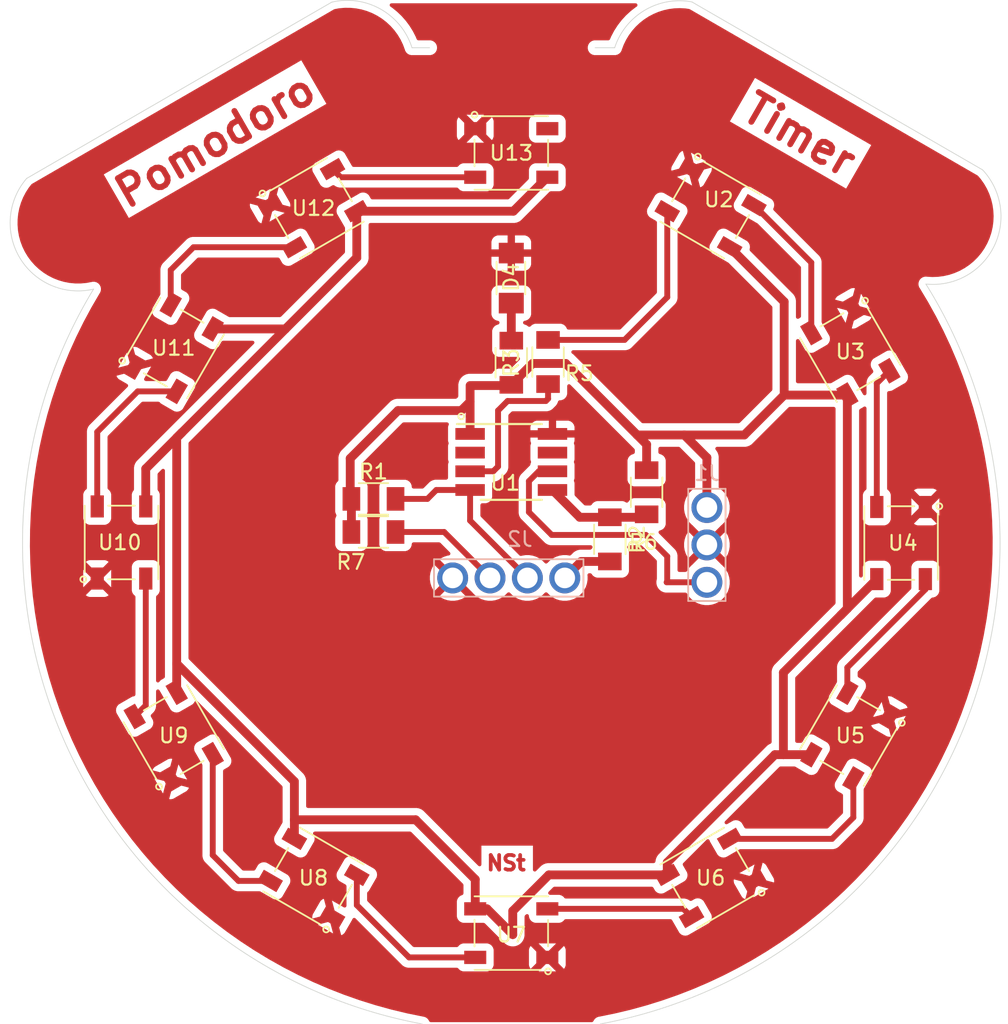
<source format=kicad_pcb>
(kicad_pcb (version 20241229) (generator "pcbnew") (generator_version "9.0")
  (layers (0 "F.Cu" signal) (2 "B.Cu" signal) (13 "F.Paste" user) (15 "B.Paste" user) (5 "F.SilkS" user "F.Silkscreen") (7 "B.SilkS" user "B.Silkscreen") (1 "F.Mask" user) (3 "B.Mask" user) (25 "Edge.Cuts" user))
  (net 0 "")
  (net 1 "PWR_GND")
  (net 2 "Net-(D4-A)")
  (net 3 "IN1")
  (net 4 "SDA")
  (net 5 "DIN")
  (net 6 "Net-(U2-DIN)")
  (net 7 "IN2")
  (net 8 "IN3")
  (net 9 "Net-(U2-DOUT)")
  (net 10 "Net-(U3-DOUT)")
  (net 11 "Net-(U4-DOUT)")
  (net 12 "Net-(U5-DOUT)")
  (net 13 "Net-(U6-DOUT)")
  (net 14 "Net-(U7-DOUT)")
  (net 15 "Net-(U8-DOUT)")
  (net 16 "Net-(U10-DIN)")
  (net 17 "Net-(U10-DOUT)")
  (net 18 "Net-(U11-DOUT)")
  (net 19 "Net-(U12-DOUT)")
  (net 21 "Net-(J2-Pin_3)")
  (net 22 "PWR_5V")
  (net 23 "SLC")
  (net 24 "Net-(J2-Pin_1)")
  (footprint "fab:LED_ADDR_Worldsemi_WS2812B" (layer "F.Cu") (at 111.25 141.75 30)
    (property "Reference" "U6" (at 0 0 0) (layer "F.SilkS"))
    (property "Value" "WS2812B" (hide yes))
    (fp_line (start -2.5 -0.9) (end -2.5 0.9) (stroke (width 0.12)) (layer "F.SilkS"))
    (fp_line (start -2.500001 2.5) (end 2 2.500001) (stroke (width 0.12)) (layer "F.SilkS"))
    (fp_line (start 2.500001 -2.5) (end -2.5 -2.500001) (stroke (width 0.12)) (layer "F.SilkS"))
    (fp_line (start 2.5 -0.9) (end 2.5 0.9) (stroke (width 0.12)) (layer "F.SilkS"))
    (fp_circle (center 2.5 2.6) (end 2.7 2.6) (stroke (width 0.12)) (fill no) (layer "F.SilkS"))
    (pad "1" smd rect (at -2.45 -1.65 30) (size 1.5 0.9) (layers "F.Cu" "F.Mask" "F.Paste") (net 22 "PWR_5V"))
    (pad "2" smd rect (at -2.45 1.65 30) (size 1.5 0.9) (layers "F.Cu" "F.Mask" "F.Paste") (net 13 "Net-(U6-DOUT)"))
    (pad "3" smd rect (at 2.45 1.65 30) (size 1.5 0.9) (layers "F.Cu" "F.Mask" "F.Paste") (net 1 "PWR_GND"))
    (pad "4" smd rect (at 2.45 -1.65 30) (size 1.5 0.9) (layers "F.Cu" "F.Mask" "F.Paste") (net 12 "Net-(U5-DOUT)"))
  )
  (footprint "fab:R_1206" (layer "F.Cu") (at 104.4 118.75 -90)
    (property "Reference" "R2" (at 0 -1.850001 90) (layer "F.SilkS"))
    (property "Value" "0R")
    (fp_line (start 1 1.07) (end -1 1.07) (stroke (width 0.12)) (layer "F.SilkS"))
    (fp_line (start -1 -1.07) (end 1 -1.07) (stroke (width 0.12)) (layer "F.SilkS"))
    (pad "1" smd rect (at -1.5 0 270) (size 1.2 1.6) (layers "F.Cu" "F.Mask" "F.Paste") (net 23 "SLC"))
    (pad "2" smd rect (at 1.5 0 270) (size 1.2 1.6) (layers "F.Cu" "F.Mask" "F.Paste") (net 24 "Net-(J2-Pin_1)"))
  )
  (footprint "fab:LED_ADDR_Worldsemi_WS2812B" (layer "F.Cu") (at 84.25 141.75 -30)
    (property "Reference" "U8" (at 0 0 0) (layer "F.SilkS"))
    (property "Value" "WS2812B" (hide yes))
    (fp_line (start -2.5 2.500001) (end 2 2.5) (stroke (width 0.12)) (layer "F.SilkS"))
    (fp_line (start -2.5 -0.9) (end -2.5 0.9) (stroke (width 0.12)) (layer "F.SilkS"))
    (fp_line (start 2.5 -0.9) (end 2.5 0.9) (stroke (width 0.12)) (layer "F.SilkS"))
    (fp_line (start 2.5 -2.500001) (end -2.500001 -2.5) (stroke (width 0.12)) (layer "F.SilkS"))
    (fp_circle (center 2.5 2.6) (end 2.7 2.6) (stroke (width 0.12)) (fill no) (layer "F.SilkS"))
    (pad "1" smd rect (at -2.45 -1.65 330) (size 1.5 0.9) (layers "F.Cu" "F.Mask" "F.Paste") (net 22 "PWR_5V"))
    (pad "2" smd rect (at -2.45 1.65 330) (size 1.5 0.9) (layers "F.Cu" "F.Mask" "F.Paste") (net 15 "Net-(U8-DOUT)"))
    (pad "3" smd rect (at 2.45 1.65 330) (size 1.5 0.9) (layers "F.Cu" "F.Mask" "F.Paste") (net 1 "PWR_GND"))
    (pad "4" smd rect (at 2.45 -1.65 330) (size 1.5 0.9) (layers "F.Cu" "F.Mask" "F.Paste") (net 14 "Net-(U7-DOUT)"))
  )
  (footprint "fab:R_1206" (layer "F.Cu") (at 88.33 118.25)
    (property "Reference" "R7" (at -1.5382 2.0444 0) (layer "F.SilkS"))
    (property "Value" "0R" (hide yes))
    (fp_line (start -1 -1.07) (end 1 -1.07) (stroke (width 0.12)) (layer "F.SilkS"))
    (fp_line (start 1 1.07) (end -1 1.07) (stroke (width 0.12)) (layer "F.SilkS"))
    (pad "1" smd rect (at -1.5 0) (size 1.2 1.6) (layers "F.Cu" "F.Mask" "F.Paste") (net 22 "PWR_5V"))
    (pad "2" smd rect (at 1.5 0) (size 1.2 1.6) (layers "F.Cu" "F.Mask" "F.Paste") (net 21 "Net-(J2-Pin_3)"))
  )
  (footprint "fab:LED_ADDR_Worldsemi_WS2812B" (layer "F.Cu") (at 120.75 106 120)
    (property "Reference" "U3" (at 0 0 0) (layer "F.SilkS"))
    (property "Value" "WS2812B" (hide yes))
    (fp_line (start 2.500001 -2.5) (end -2.5 -2.500001) (stroke (width 0.12)) (layer "F.SilkS"))
    (fp_line (start 2.5 -0.9) (end 2.5 0.9) (stroke (width 0.12)) (layer "F.SilkS"))
    (fp_line (start -2.5 -0.9) (end -2.5 0.9) (stroke (width 0.12)) (layer "F.SilkS"))
    (fp_line (start -2.500001 2.5) (end 2 2.500001) (stroke (width 0.12)) (layer "F.SilkS"))
    (fp_circle (center 2.5 2.6) (end 2.7 2.6) (stroke (width 0.12)) (fill no) (layer "F.SilkS"))
    (pad "1" smd rect (at -2.45 -1.65 120) (size 1.5 0.9) (layers "F.Cu" "F.Mask" "F.Paste") (net 22 "PWR_5V"))
    (pad "2" smd rect (at -2.45 1.65 120) (size 1.5 0.9) (layers "F.Cu" "F.Mask" "F.Paste") (net 10 "Net-(U3-DOUT)"))
    (pad "3" smd rect (at 2.45 1.65 120) (size 1.5 0.9) (layers "F.Cu" "F.Mask" "F.Paste") (net 1 "PWR_GND"))
    (pad "4" smd rect (at 2.45 -1.65 120) (size 1.5 0.9) (layers "F.Cu" "F.Mask" "F.Paste") (net 9 "Net-(U2-DOUT)"))
  )
  (footprint "fab:LED_ADDR_Worldsemi_WS2812B" (layer "F.Cu") (at 74.75 132.08 -60)
    (property "Reference" "U9" (at 0 0 0) (layer "F.SilkS"))
    (property "Value" "WS2812B" (hide yes))
    (fp_line (start -2.500001 2.5) (end 2 2.500001) (stroke (width 0.12)) (layer "F.SilkS"))
    (fp_line (start -2.5 -0.9) (end -2.5 0.9) (stroke (width 0.12)) (layer "F.SilkS"))
    (fp_line (start 2.5 -0.9) (end 2.5 0.9) (stroke (width 0.12)) (layer "F.SilkS"))
    (fp_line (start 2.500001 -2.5) (end -2.5 -2.500001) (stroke (width 0.12)) (layer "F.SilkS"))
    (fp_circle (center 2.5 2.6) (end 2.7 2.6) (stroke (width 0.12)) (fill no) (layer "F.SilkS"))
    (pad "1" smd rect (at -2.45 -1.65 300) (size 1.5 0.9) (layers "F.Cu" "F.Mask" "F.Paste") (net 22 "PWR_5V"))
    (pad "2" smd rect (at -2.45 1.65 300) (size 1.5 0.9) (layers "F.Cu" "F.Mask" "F.Paste") (net 16 "Net-(U10-DIN)"))
    (pad "3" smd rect (at 2.45 1.65 300) (size 1.5 0.9) (layers "F.Cu" "F.Mask" "F.Paste") (net 1 "PWR_GND"))
    (pad "4" smd rect (at 2.45 -1.65 300) (size 1.5 0.9) (layers "F.Cu" "F.Mask" "F.Paste") (net 15 "Net-(U8-DOUT)"))
  )
  (footprint "fab:R_1206" (layer "F.Cu") (at 97.7 106.75 -90)
    (property "Reference" "R3" (at 0 0 90) (layer "F.SilkS"))
    (property "Value" "100R")
    (fp_line (start 1 1.07) (end -1 1.07) (stroke (width 0.12)) (layer "F.SilkS"))
    (fp_line (start -1 -1.07) (end 1 -1.07) (stroke (width 0.12)) (layer "F.SilkS"))
    (pad "1" smd rect (at -1.5 0 270) (size 1.2 1.6) (layers "F.Cu" "F.Mask" "F.Paste") (net 2 "Net-(D4-A)"))
    (pad "2" smd rect (at 1.5 0 270) (size 1.2 1.6) (layers "F.Cu" "F.Mask" "F.Paste") (net 22 "PWR_5V"))
  )
  (footprint "fab:LED_ADDR_Worldsemi_WS2812B" (layer "F.Cu") (at 74.75 105.75 -120)
    (property "Reference" "U11" (at 0 0 0) (layer "F.SilkS"))
    (property "Value" "WS2812B" (hide yes))
    (fp_line (start -2.5 2.500001) (end 2 2.5) (stroke (width 0.12)) (layer "F.SilkS"))
    (fp_line (start 2.5 -0.9) (end 2.5 0.9) (stroke (width 0.12)) (layer "F.SilkS"))
    (fp_line (start 2.5 -2.500001) (end -2.500001 -2.5) (stroke (width 0.12)) (layer "F.SilkS"))
    (fp_line (start -2.5 -0.9) (end -2.5 0.9) (stroke (width 0.12)) (layer "F.SilkS"))
    (fp_circle (center 2.5 2.6) (end 2.7 2.6) (stroke (width 0.12)) (fill no) (layer "F.SilkS"))
    (pad "1" smd rect (at -2.45 -1.65 240) (size 1.5 0.9) (layers "F.Cu" "F.Mask" "F.Paste") (net 22 "PWR_5V"))
    (pad "2" smd rect (at -2.45 1.65 240) (size 1.5 0.9) (layers "F.Cu" "F.Mask" "F.Paste") (net 18 "Net-(U11-DOUT)"))
    (pad "3" smd rect (at 2.45 1.65 240) (size 1.5 0.9) (layers "F.Cu" "F.Mask" "F.Paste") (net 1 "PWR_GND"))
    (pad "4" smd rect (at 2.45 -1.65 240) (size 1.5 0.9) (layers "F.Cu" "F.Mask" "F.Paste") (net 17 "Net-(U10-DOUT)"))
  )
  (footprint "fab:LED_ADDR_Worldsemi_WS2812B" (layer "F.Cu") (at 71.2 118.962 -90)
    (property "Reference" "U10" (at 0 0.1175 0) (layer "F.SilkS"))
    (property "Value" "WS2812B" (hide yes))
    (fp_line (start -2.5 2.5) (end 2 2.5) (stroke (width 0.12)) (layer "F.SilkS"))
    (fp_line (start -2.5 -0.9) (end -2.5 0.9) (stroke (width 0.12)) (layer "F.SilkS"))
    (fp_line (start 2.5 -0.9) (end 2.5 0.9) (stroke (width 0.12)) (layer "F.SilkS"))
    (fp_line (start 2.5 -2.5) (end -2.5 -2.5) (stroke (width 0.12)) (layer "F.SilkS"))
    (fp_circle (center 2.5 2.6) (end 2.7 2.6) (stroke (width 0.12)) (fill no) (layer "F.SilkS"))
    (pad "1" smd rect (at -2.45 -1.65 270) (size 1.5 0.9) (layers "F.Cu" "F.Mask" "F.Paste") (net 22 "PWR_5V"))
    (pad "2" smd rect (at -2.45 1.65 270) (size 1.5 0.9) (layers "F.Cu" "F.Mask" "F.Paste") (net 17 "Net-(U10-DOUT)"))
    (pad "3" smd rect (at 2.45 1.65 270) (size 1.5 0.9) (layers "F.Cu" "F.Mask" "F.Paste") (net 1 "PWR_GND"))
    (pad "4" smd rect (at 2.45 -1.65 270) (size 1.5 0.9) (layers "F.Cu" "F.Mask" "F.Paste") (net 16 "Net-(U10-DIN)"))
  )
  (footprint "fab:LED_ADDR_Worldsemi_WS2812B" (layer "F.Cu") (at 111.25 96.25 150)
    (property "Reference" "U2" (at -0.191835 0.785332 0) (layer "F.SilkS"))
    (property "Value" "WS2812B" (hide yes))
    (fp_line (start 2.5 -2.500001) (end -2.500001 -2.5) (stroke (width 0.12)) (layer "F.SilkS"))
    (fp_line (start 2.5 -0.9) (end 2.5 0.9) (stroke (width 0.12)) (layer "F.SilkS"))
    (fp_line (start -2.5 -0.9) (end -2.5 0.9) (stroke (width 0.12)) (layer "F.SilkS"))
    (fp_line (start -2.5 2.500001) (end 2 2.5) (stroke (width 0.12)) (layer "F.SilkS"))
    (fp_circle (center 2.5 2.6) (end 2.7 2.6) (stroke (width 0.12)) (fill no) (layer "F.SilkS"))
    (pad "1" smd rect (at -2.45 -1.65 150) (size 1.5 0.9) (layers "F.Cu" "F.Mask" "F.Paste") (net 22 "PWR_5V"))
    (pad "2" smd rect (at -2.45 1.65 150) (size 1.5 0.9) (layers "F.Cu" "F.Mask" "F.Paste") (net 9 "Net-(U2-DOUT)"))
    (pad "3" smd rect (at 2.45 1.65 150) (size 1.5 0.9) (layers "F.Cu" "F.Mask" "F.Paste") (net 1 "PWR_GND"))
    (pad "4" smd rect (at 2.45 -1.65 150) (size 1.5 0.9) (layers "F.Cu" "F.Mask" "F.Paste") (net 6 "Net-(U2-DIN)"))
  )
  (footprint "fab:R_1206" (layer "F.Cu") (at 106.9 115.55 -90)
    (property "Reference" "R6" (at 3.387 0.2242 0) (layer "F.SilkS"))
    (property "Value" "1kR" (hide yes))
    (fp_line (start 1 1.07) (end -1 1.07) (stroke (width 0.12)) (layer "F.SilkS"))
    (fp_line (start -1 -1.07) (end 1 -1.07) (stroke (width 0.12)) (layer "F.SilkS"))
    (pad "1" smd rect (at -1.5 0 270) (size 1.2 1.6) (layers "F.Cu" "F.Mask" "F.Paste") (net 22 "PWR_5V"))
    (pad "2" smd rect (at 1.5 0 270) (size 1.2 1.6) (layers "F.Cu" "F.Mask" "F.Paste") (net 23 "SLC"))
  )
  (footprint "fab:LED_1206" (layer "F.Cu") (at 97.7 101 -90)
    (property "Reference" "D4" (at -0.055 0.005 90) (layer "F.SilkS"))
    (property "Value" "Power LED")
    (fp_line (start -1.1 1) (end 1.1 1) (stroke (width 0.12)) (layer "F.SilkS"))
    (fp_line (start -1.1 -0.95) (end 1.1 -0.95) (stroke (width 0.12)) (layer "F.SilkS"))
    (pad "1" smd rect (at -1.7 0 270) (size 1.4 1.7) (layers "F.Cu" "F.Mask" "F.Paste") (net 1 "PWR_GND"))
    (pad "2" smd rect (at 1.7 0 270) (size 1.4 1.7) (layers "F.Cu" "F.Mask" "F.Paste") (net 2 "Net-(D4-A)"))
  )
  (footprint "fab:LED_ADDR_Worldsemi_WS2812B" (layer "F.Cu") (at 84.25 96.25 -150)
    (property "Reference" "U12" (at 0 0 0) (layer "F.SilkS"))
    (property "Value" "WS2812B" (hide yes))
    (fp_line (start 2.5 -0.9) (end 2.5 0.9) (stroke (width 0.12)) (layer "F.SilkS"))
    (fp_line (start 2.500001 -2.5) (end -2.5 -2.500001) (stroke (width 0.12)) (layer "F.SilkS"))
    (fp_line (start -2.500001 2.5) (end 2 2.500001) (stroke (width 0.12)) (layer "F.SilkS"))
    (fp_line (start -2.5 -0.9) (end -2.5 0.9) (stroke (width 0.12)) (layer "F.SilkS"))
    (fp_circle (center 2.5 2.6) (end 2.7 2.6) (stroke (width 0.12)) (fill no) (layer "F.SilkS"))
    (pad "1" smd rect (at -2.45 -1.65 210) (size 1.5 0.9) (layers "F.Cu" "F.Mask" "F.Paste") (net 22 "PWR_5V"))
    (pad "2" smd rect (at -2.45 1.65 210) (size 1.5 0.9) (layers "F.Cu" "F.Mask" "F.Paste") (net 19 "Net-(U12-DOUT)"))
    (pad "3" smd rect (at 2.45 1.65 210) (size 1.5 0.9) (layers "F.Cu" "F.Mask" "F.Paste") (net 1 "PWR_GND"))
    (pad "4" smd rect (at 2.45 -1.65 210) (size 1.5 0.9) (layers "F.Cu" "F.Mask" "F.Paste") (net 18 "Net-(U11-DOUT)"))
  )
  (footprint "fab:R_1206" (layer "F.Cu") (at 88.33 116)
    (property "Reference" "R1" (at 0 -1.850001 0) (layer "F.SilkS"))
    (property "Value" "1kR" (hide yes))
    (fp_line (start -1 -1.07) (end 1 -1.07) (stroke (width 0.12)) (layer "F.SilkS"))
    (fp_line (start 1 1.07) (end -1 1.07) (stroke (width 0.12)) (layer "F.SilkS"))
    (pad "1" smd rect (at -1.5 0) (size 1.2 1.6) (layers "F.Cu" "F.Mask" "F.Paste") (net 22 "PWR_5V"))
    (pad "2" smd rect (at 1.5 0) (size 1.2 1.6) (layers "F.Cu" "F.Mask" "F.Paste") (net 4 "SDA"))
  )
  (footprint "fab:SOIC-8_3.9x4.9mm_P1.27mm" (layer "F.Cu") (at 97.7 113.49)
    (property "Reference" "U1" (at -0.411889 1.43 0) (layer "F.SilkS"))
    (property "Value" "ATtiny412")
    (fp_line (start -3.69 -2.575) (end 2.075 -2.575) (stroke (width 0.15)) (layer "F.SilkS"))
    (fp_line (start -2.075 2.575) (end 2.075 2.575) (stroke (width 0.15)) (layer "F.SilkS"))
    (fp_circle (center -3.4 -3.1) (end -3.2 -3.1) (stroke (width 0.12)) (fill no) (layer "F.SilkS"))
    (pad "1" smd rect (at -2.8 -1.905) (size 2 0.8) (layers "F.Cu" "F.Mask" "F.Paste") (net 22 "PWR_5V"))
    (pad "2" smd rect (at -2.8 -0.635) (size 2 0.8) (layers "F.Cu" "F.Mask" "F.Paste") (net 8 "IN3"))
    (pad "3" smd rect (at -2.8 0.635) (size 2 0.8) (layers "F.Cu" "F.Mask" "F.Paste") (net 5 "DIN"))
    (pad "4" smd rect (at -2.8 1.905) (size 2 0.8) (layers "F.Cu" "F.Mask" "F.Paste") (net 4 "SDA"))
    (pad "5" smd rect (at 2.8 1.905) (size 2 0.8) (layers "F.Cu" "F.Mask" "F.Paste") (net 23 "SLC"))
    (pad "6" smd rect (at 2.8 0.635) (size 2 0.8) (layers "F.Cu" "F.Mask" "F.Paste") (net 3 "IN1"))
    (pad "7" smd rect (at 2.8 -0.635) (size 2 0.8) (layers "F.Cu" "F.Mask" "F.Paste") (net 7 "IN2"))
    (pad "8" smd rect (at 2.8 -1.905) (size 2 0.8) (layers "F.Cu" "F.Mask" "F.Paste") (net 1 "PWR_GND"))
  )
  (footprint "fab:LED_ADDR_Worldsemi_WS2812B" (layer "F.Cu") (at 124.2 119 90)
    (property "Reference" "U4" (at 0 0.1175 0) (layer "F.SilkS"))
    (property "Value" "WS2812B" (hide yes))
    (fp_line (start 2.5 -2.5) (end -2.5 -2.5) (stroke (width 0.12)) (layer "F.SilkS"))
    (fp_line (start 2.5 -0.9) (end 2.5 0.9) (stroke (width 0.12)) (layer "F.SilkS"))
    (fp_line (start -2.5 -0.9) (end -2.5 0.9) (stroke (width 0.12)) (layer "F.SilkS"))
    (fp_line (start -2.5 2.5) (end 2 2.5) (stroke (width 0.12)) (layer "F.SilkS"))
    (fp_circle (center 2.5 2.6) (end 2.7 2.6) (stroke (width 0.12)) (fill no) (layer "F.SilkS"))
    (pad "1" smd rect (at -2.45 -1.65 90) (size 1.5 0.9) (layers "F.Cu" "F.Mask" "F.Paste") (net 22 "PWR_5V"))
    (pad "2" smd rect (at -2.45 1.65 90) (size 1.5 0.9) (layers "F.Cu" "F.Mask" "F.Paste") (net 11 "Net-(U4-DOUT)"))
    (pad "3" smd rect (at 2.45 1.65 90) (size 1.5 0.9) (layers "F.Cu" "F.Mask" "F.Paste") (net 1 "PWR_GND"))
    (pad "4" smd rect (at 2.45 -1.65 90) (size 1.5 0.9) (layers "F.Cu" "F.Mask" "F.Paste") (net 10 "Net-(U3-DOUT)"))
  )
  (footprint "fab:LED_ADDR_Worldsemi_WS2812B" (layer "F.Cu") (at 97.7 145.5)
    (property "Reference" "U7" (at 0 0.1175 0) (layer "F.SilkS"))
    (property "Value" "WS2812B" (hide yes))
    (fp_line (start -2.5 -0.9) (end -2.5 0.9) (stroke (width 0.12)) (layer "F.SilkS"))
    (fp_line (start -2.5 2.5) (end 2 2.5) (stroke (width 0.12)) (layer "F.SilkS"))
    (fp_line (start 2.5 -2.5) (end -2.5 -2.5) (stroke (width 0.12)) (layer "F.SilkS"))
    (fp_line (start 2.5 -0.9) (end 2.5 0.9) (stroke (width 0.12)) (layer "F.SilkS"))
    (fp_circle (center 2.5 2.6) (end 2.7 2.6) (stroke (width 0.12)) (fill no) (layer "F.SilkS"))
    (pad "1" smd rect (at -2.45 -1.65) (size 1.5 0.9) (layers "F.Cu" "F.Mask" "F.Paste") (net 22 "PWR_5V"))
    (pad "2" smd rect (at -2.45 1.65) (size 1.5 0.9) (layers "F.Cu" "F.Mask" "F.Paste") (net 14 "Net-(U7-DOUT)"))
    (pad "3" smd rect (at 2.45 1.65) (size 1.5 0.9) (layers "F.Cu" "F.Mask" "F.Paste") (net 1 "PWR_GND"))
    (pad "4" smd rect (at 2.45 -1.65) (size 1.5 0.9) (layers "F.Cu" "F.Mask" "F.Paste") (net 13 "Net-(U6-DOUT)"))
  )
  (footprint "fab:R_1206" (layer "F.Cu") (at 100.2 106.7 90)
    (property "Reference" "R5" (at -0.7746 2.1278 0) (layer "F.SilkS"))
    (property "Value" "499R" (hide yes))
    (fp_line (start -1 -1.07) (end 1 -1.07) (stroke (width 0.12)) (layer "F.SilkS"))
    (fp_line (start 1 1.07) (end -1 1.07) (stroke (width 0.12)) (layer "F.SilkS"))
    (pad "1" smd rect (at -1.5 0 90) (size 1.2 1.6) (layers "F.Cu" "F.Mask" "F.Paste") (net 5 "DIN"))
    (pad "2" smd rect (at 1.5 0 90) (size 1.2 1.6) (layers "F.Cu" "F.Mask" "F.Paste") (net 6 "Net-(U2-DIN)"))
  )
  (footprint "fab:LED_ADDR_Worldsemi_WS2812B" (layer "F.Cu") (at 120.75 132.08 60)
    (property "Reference" "U5" (at 0 0 0) (layer "F.SilkS"))
    (property "Value" "WS2812B" (hide yes))
    (fp_line (start -2.5 -0.9) (end -2.5 0.9) (stroke (width 0.12)) (layer "F.SilkS"))
    (fp_line (start 2.5 -2.500001) (end -2.500001 -2.5) (stroke (width 0.12)) (layer "F.SilkS"))
    (fp_line (start 2.5 -0.9) (end 2.5 0.9) (stroke (width 0.12)) (layer "F.SilkS"))
    (fp_line (start -2.5 2.500001) (end 2 2.5) (stroke (width 0.12)) (layer "F.SilkS"))
    (fp_circle (center 2.5 2.6) (end 2.7 2.6) (stroke (width 0.12)) (fill no) (layer "F.SilkS"))
    (pad "1" smd rect (at -2.45 -1.65 60) (size 1.5 0.9) (layers "F.Cu" "F.Mask" "F.Paste") (net 22 "PWR_5V"))
    (pad "2" smd rect (at -2.45 1.65 60) (size 1.5 0.9) (layers "F.Cu" "F.Mask" "F.Paste") (net 12 "Net-(U5-DOUT)"))
    (pad "3" smd rect (at 2.45 1.65 60) (size 1.5 0.9) (layers "F.Cu" "F.Mask" "F.Paste") (net 1 "PWR_GND"))
    (pad "4" smd rect (at 2.45 -1.65 60) (size 1.5 0.9) (layers "F.Cu" "F.Mask" "F.Paste") (net 11 "Net-(U4-DOUT)"))
  )
  (footprint "fab:LED_ADDR_Worldsemi_WS2812B" (layer "F.Cu") (at 97.7 92.5 180)
    (property "Reference" "U13" (at 0 0 0) (layer "F.SilkS"))
    (property "Value" "WS2812B" (hide yes))
    (fp_line (start 2.5 -0.9) (end 2.5 0.9) (stroke (width 0.12)) (layer "F.SilkS"))
    (fp_line (start 2.5 -2.5) (end -2.5 -2.5) (stroke (width 0.12)) (layer "F.SilkS"))
    (fp_line (start -2.5 2.5) (end 2 2.5) (stroke (width 0.12)) (layer "F.SilkS"))
    (fp_line (start -2.5 -0.9) (end -2.5 0.9) (stroke (width 0.12)) (layer "F.SilkS"))
    (fp_circle (center 2.5 2.6) (end 2.7 2.6) (stroke (width 0.12)) (fill no) (layer "F.SilkS"))
    (pad "1" smd rect (at -2.45 -1.65 180) (size 1.5 0.9) (layers "F.Cu" "F.Mask" "F.Paste") (net 22 "PWR_5V"))
    (pad "2" smd rect (at -2.45 1.65 180) (size 1.5 0.9) (layers "F.Cu" "F.Mask" "F.Paste"))
    (pad "3" smd rect (at 2.45 1.65 180) (size 1.5 0.9) (layers "F.Cu" "F.Mask" "F.Paste") (net 1 "PWR_GND"))
    (pad "4" smd rect (at 2.45 -1.65 180) (size 1.5 0.9) (layers "F.Cu" "F.Mask" "F.Paste") (net 19 "Net-(U12-DOUT)"))
  )
  (footprint "fab:PinHeader_01x04_P2.54mm_Vertical_THT_D1.4mm" (layer "B.Cu") (at 101.336 121.37 90)
    (property "Reference" "J2" (at 2.6328 -3.054 0) (layer "B.SilkS") (effects (justify mirror)))
    (property "Value" "I2C Header" (hide yes))
    (fp_line (start -1.27 -8.89) (end 1.27 -8.89) (stroke (width 0.12)) (layer "B.SilkS"))
    (fp_line (start 1.27 1.27) (end 1.27 -8.89) (stroke (width 0.12)) (layer "B.SilkS"))
    (fp_line (start -1.27 1.27) (end -1.27 -8.89) (stroke (width 0.12)) (layer "B.SilkS"))
    (fp_line (start -1.27 1.27) (end 1.27 1.27) (stroke (width 0.12)) (layer "B.SilkS"))
    (pad "1" thru_hole circle (at 0 0 90) (size 2.1 2.1) (drill 1.4) (layers "*.Cu" "*.Mask") (net 24 "Net-(J2-Pin_1)"))
    (pad "2" thru_hole circle (at 0 -2.54 90) (size 2.1 2.1) (drill 1.4) (layers "*.Cu" "*.Mask") (net 4 "SDA"))
    (pad "3" thru_hole circle (at 0 -5.079999 90) (size 2.1 2.1) (drill 1.4) (layers "*.Cu" "*.Mask") (net 21 "Net-(J2-Pin_3)"))
    (pad "4" thru_hole circle (at 0 -7.62 90) (size 2.1 2.1) (drill 1.4) (layers "*.Cu" "*.Mask") (net 1 "PWR_GND"))
  )
  (footprint "fab:PinHeader_01x03_P2.54mm_Vertical_THT_D1.4mm" (layer "B.Cu") (at 110.998 116.586 180)
    (property "Reference" "J1" (at 0 2.33 0) (layer "B.SilkS") (effects (justify mirror)))
    (property "Value" "UPDI Flash Header" (hide yes))
    (fp_line (start 1.27 1.27) (end 1.27 -6.35) (stroke (width 0.12)) (layer "B.SilkS"))
    (fp_line (start -1.27 1.27) (end 1.27 1.27) (stroke (width 0.12)) (layer "B.SilkS"))
    (fp_line (start -1.27 1.27) (end -1.27 -6.35) (stroke (width 0.12)) (layer "B.SilkS"))
    (fp_line (start -1.27 -6.35) (end 1.27 -6.35) (stroke (width 0.12)) (layer "B.SilkS"))
    (pad "1" thru_hole circle (at 0 0 180) (size 2.1 2.1) (drill 1.4) (layers "*.Cu" "*.Mask") (net 22 "PWR_5V"))
    (pad "2" thru_hole circle (at 0 -2.54 180) (size 2.1 2.1) (drill 1.4) (layers "*.Cu" "*.Mask") (net 1 "PWR_GND"))
    (pad "3" thru_hole circle (at 0 -5.08 180) (size 2.1 2.1) (drill 1.4) (layers "*.Cu" "*.Mask") (net 3 "IN1"))
  )
  (gr_line (start 64.755733 94.226708) (end 85.5 82.25) (stroke (width 0.05)) (layer "Edge.Cuts"))
  (gr_arc (start 129.743354 93.64883) (mid 130.508658 98.865788) (end 125.88654 101.403182) (stroke (width 0.05)) (layer "Edge.Cuts"))
  (gr_arc (start 91.65 151.672994) (mid 67.372086 132.577359) (end 69.300088 101.749723) (stroke (width 0.05)) (layer "Edge.Cuts"))
  (gr_line (start 92.15 85.35) (end 90.95 85.35) (stroke (width 0.05)) (layer "Edge.Cuts"))
  (gr_line (start 129.743353 93.64883) (end 110 82.25) (stroke (width 0.05)) (layer "Edge.Cuts"))
  (gr_arc (start 104.728792 85.35) (mid 106.778149 82.800031) (end 110.001581 82.241732) (stroke (width 0.05)) (layer "Edge.Cuts"))
  (gr_arc (start 125.886504 101.403184) (mid 128.110305 132.391799) (end 103.749094 151.673161) (stroke (width 0.05)) (layer "Edge.Cuts"))
  (gr_line (start 104.728792 85.35) (end 103.4 85.35) (stroke (width 0.05)) (layer "Edge.Cuts"))
  (gr_arc (start 85.500784 82.253344) (mid 88.831311 82.735431) (end 90.95 85.35) (stroke (width 0.05)) (layer "Edge.Cuts"))
  (gr_arc (start 69.300067 101.749728) (mid 64.294942 99.639081) (end 64.755733 94.226709) (stroke (width 0.05)) (layer "Edge.Cuts"))
  (gr_text "NSt" (at 95.9 141.325 0) (layer "F.Cu") (effects (font (size 1 1) (thickness 0.25) (bold yes)) (justify left bottom)))
  (gr_text "Timer" (at 113 90.1 330) (layer "F.Cu") (effects (font (size 2 2) (thickness 0.4) (bold yes)) (justify left bottom)))
  (gr_text "Pomodoro" (at 71.45 96.55 30) (layer "F.Cu") (effects (font (size 2 2) (thickness 0.4) (bold yes)) (justify left bottom)))
  (segment (start 97.7 105.25) (end 97.7 102.7) (width 0.6) (layer "F.Cu") (net 2))
  (segment (start 108.3 121.632) (end 108.266 121.666) (width 0.4) (layer "F.Cu") (net 3))
  (segment (start 100.45 118.45) (end 106.85 118.45) (width 0.4) (layer "F.Cu") (net 3))
  (segment (start 108.3 119.9) (end 108.3 121.632) (width 0.4) (layer "F.Cu") (net 3))
  (segment (start 99.568 114.125) (end 98.9 114.793) (width 0.4) (layer "F.Cu") (net 3))
  (segment (start 100.5 114.125) (end 99.568 114.125) (width 0.4) (layer "F.Cu") (net 3))
  (segment (start 98.9 114.793) (end 98.9 116.9) (width 0.4) (layer "F.Cu") (net 3))
  (segment (start 108.266 121.666) (end 110.998 121.666) (width 0.4) (layer "F.Cu") (net 3))
  (segment (start 106.85 118.45) (end 108.3 119.9) (width 0.4) (layer "F.Cu") (net 3))
  (segment (start 98.9 116.9) (end 100.45 118.45) (width 0.4) (layer "F.Cu") (net 3))
  (segment (start 94.9 115.395) (end 92.605 115.395) (width 0.4) (layer "F.Cu") (net 4))
  (segment (start 92.605 115.395) (end 92 116) (width 0.4) (layer "F.Cu") (net 4))
  (segment (start 92 116) (end 89.75 116) (width 0.4) (layer "F.Cu") (net 4))
  (segment (start 94.9 115.395) (end 94.9 117.474) (width 0.4) (layer "F.Cu") (net 4))
  (segment (start 94.9 117.474) (end 98.796 121.37) (width 0.4) (layer "F.Cu") (net 4))
  (segment (start 96.8 110) (end 97.45 109.35) (width 0.4) (layer "F.Cu") (net 5))
  (segment (start 100.05 109.35) (end 100.2 109.2) (width 0.4) (layer "F.Cu") (net 5))
  (segment (start 100.2 109.2) (end 100.2 108.2) (width 0.4) (layer "F.Cu") (net 5))
  (segment (start 96.475 114.125) (end 96.8 113.8) (width 0.4) (layer "F.Cu") (net 5))
  (segment (start 96.8 113.8) (end 96.8 110) (width 0.4) (layer "F.Cu") (net 5))
  (segment (start 97.45 109.35) (end 100.05 109.35) (width 0.4) (layer "F.Cu") (net 5))
  (segment (start 94.9 114.125) (end 96.475 114.125) (width 0.4) (layer "F.Cu") (net 5))
  (segment (start 100.2 105.2) (end 105.4 105.2) (width 0.4) (layer "F.Cu") (net 6))
  (segment (start 108.303238 102.296762) (end 108.303238 96.453942) (width 0.4) (layer "F.Cu") (net 6))
  (segment (start 105.4 105.2) (end 108.303238 102.296762) (width 0.4) (layer "F.Cu") (net 6))
  (segment (start 118.096058 104.703238) (end 118.096058 99.945354) (width 0.4) (layer "F.Cu") (net 9))
  (segment (start 118.096058 99.945354) (end 114.196762 96.046058) (width 0.4) (layer "F.Cu") (net 9))
  (segment (start 122.55 116.55) (end 122.55 108.150704) (width 0.4) (layer "F.Cu") (net 10))
  (segment (start 122.55 108.150704) (end 123.403942 107.296762) (width 0.4) (layer "F.Cu") (net 10))
  (segment (start 125.85 122.15) (end 125.85 121.45) (width 0.4) (layer "F.Cu") (net 11))
  (segment (start 120.546058 127.453942) (end 125.85 122.15) (width 0.4) (layer "F.Cu") (net 11))
  (segment (start 120.546058 129.133238) (end 120.546058 127.453942) (width 0.4) (layer "F.Cu") (net 11))
  (segment (start 120.953942 137.646058) (end 120.953942 135.026762) (width 0.4) (layer "F.Cu") (net 12))
  (segment (start 112.546762 139.096058) (end 119.503942 139.096058) (width 0.4) (layer "F.Cu") (net 12))
  (segment (start 119.503942 139.096058) (end 120.953942 137.646058) (width 0.4) (layer "F.Cu") (net 12))
  (segment (start 100.15 143.85) (end 109.399296 143.85) (width 0.4) (layer "F.Cu") (net 13))
  (segment (start 109.399296 143.85) (end 109.953238 144.403942) (width 0.4) (layer "F.Cu") (net 13))
  (segment (start 90.75 147.15) (end 87.196762 143.596762) (width 0.4) (layer "F.Cu") (net 14))
  (segment (start 87.196762 143.596762) (end 87.196762 141.546058) (width 0.4) (layer "F.Cu") (net 14))
  (segment (start 95.25 147.15) (end 90.75 147.15) (width 0.4) (layer "F.Cu") (net 14))
  (segment (start 77.403942 140.203942) (end 79.153942 141.953942) (width 0.4) (layer "F.Cu") (net 15))
  (segment (start 77.403942 133.376762) (end 77.403942 140.203942) (width 0.4) (layer "F.Cu") (net 15))
  (segment (start 79.153942 141.953942) (end 81.303238 141.953942) (width 0.4) (layer "F.Cu") (net 15))
  (segment (start 72.85 121.412) (end 72.85 130.029296) (width 0.4) (layer "F.Cu") (net 16))
  (segment (start 72.85 130.029296) (end 72.096058 130.783238) (width 0.4) (layer "F.Cu") (net 16))
  (segment (start 74.953942 108.696762) (end 72.303238 108.696762) (width 0.4) (layer "F.Cu") (net 17))
  (segment (start 69.55 111.45) (end 69.55 116.512) (width 0.4) (layer "F.Cu") (net 17))
  (segment (start 72.303238 108.696762) (end 69.55 111.45) (width 0.4) (layer "F.Cu") (net 17))
  (segment (start 76.096058 98.903942) (end 74.546058 100.453942) (width 0.4) (layer "F.Cu") (net 18))
  (segment (start 82.953238 98.903942) (end 76.096058 98.903942) (width 0.4) (layer "F.Cu") (net 18))
  (segment (start 74.546058 100.453942) (end 74.546058 102.803238) (width 0.4) (layer "F.Cu") (net 18))
  (segment (start 86.100704 94.15) (end 85.546762 93.596058) (width 0.4) (layer "F.Cu") (net 19))
  (segment (start 95.25 94.15) (end 86.100704 94.15) (width 0.4) (layer "F.Cu") (net 19))
  (segment (start 93.136 118.25) (end 96.256 121.37) (width 0.4) (layer "F.Cu") (net 21))
  (segment (start 89.83 118.25) (end 93.136 118.25) (width 0.4) (layer "F.Cu") (net 21))
  (segment (start 97.846058 96.453942) (end 100.15 94.15) (width 0.6) (layer "F.Cu") (net 22))
  (segment (start 108.303238 140.696762) (end 115.623238 133.376762) (width 0.6) (layer "F.Cu") (net 22))
  (segment (start 95 108.3) (end 97.65 108.3) (width 0.6) (layer "F.Cu") (net 22))
  (segment (start 94.9 110.8) (end 94.9 109.4) (width 0.6) (layer "F.Cu") (net 22))
  (segment (start 113.53934 111.66066) (end 109.46066 111.66066) (width 0.6) (layer "F.Cu") (net 22))
  (segment (start 116.2 133.376762) (end 118.096058 133.376762) (width 0.6) (layer "F.Cu") (net 22))
  (segment (start 120.546058 123.453942) (end 120.1 123.9) (width 0.6) (layer "F.Cu") (net 22))
  (segment (start 97.65 108.3) (end 97.7 108.25) (width 0.6) (layer "F.Cu") (net 22))
  (segment (start 97.8 145.6) (end 97.8 143.998) (width 0.6) (layer "F.Cu") (net 22))
  (segment (start 120.1 123.9) (end 122.55 121.45) (width 0.6) (layer "F.Cu") (net 22))
  (segment (start 72.85 113.95) (end 72.85 116.512) (width 0.6) (layer "F.Cu") (net 22))
  (segment (start 120.546058 108.946762) (end 120.546058 123.453942) (width 0.6) (layer "F.Cu") (net 22))
  (segment (start 87.196762 96.453942) (end 97.846058 96.453942) (width 0.6) (layer "F.Cu") (net 22))
  (segment (start 100.251942 141.546058) (end 108.303238 141.546058) (width 0.6) (layer "F.Cu") (net 22))
  (segment (start 96.05 143.85) (end 95.25 143.85) (width 0.6) (layer "F.Cu") (net 22))
  (segment (start 99.15 106.8) (end 101.4 106.8) (width 0.6) (layer "F.Cu") (net 22))
  (segment (start 97.7 108.25) (end 99.15 106.8) (width 0.6) (layer "F.Cu") (net 22))
  (segment (start 116.2 127.8) (end 120.1 123.9) (width 0.6) (layer "F.Cu") (net 22))
  (segment (start 74.953942 127.2) (end 74.953942 111.846058) (width 0.6) (layer "F.Cu") (net 22))
  (segment (start 77.403942 104.453238) (end 82.346762 104.453238) (width 0.6) (layer "F.Cu") (net 22))
  (segment (start 94.3 110) (end 94.9 109.4) (width 0.6) (layer "F.Cu") (net 22))
  (segment (start 82.953238 135.199296) (end 82.953238 137.8) (width 0.6) (layer "F.Cu") (net 22))
  (segment (start 120.546058 108.946762) (end 116.253238 108.946762) (width 0.6) (layer "F.Cu") (net 22))
  (segment (start 116.2 133.376762) (end 116.2 127.8) (width 0.6) (layer "F.Cu") (net 22))
  (segment (start 97.8 143.998) (end 100.251942 141.546058) (width 0.6) (layer "F.Cu") (net 22))
  (segment (start 86.75 113.25) (end 90 110) (width 0.6) (layer "F.Cu") (net 22))
  (segment (start 87.2 99.6) (end 87.196762 99.596762) (width 0.6) (layer "F.Cu") (net 22))
  (segment (start 115.623238 133.376762) (end 116.2 133.376762) (width 0.6) (layer "F.Cu") (net 22))
  (segment (start 109.46066 111.66066) (end 111 113.2) (width 0.6) (layer "F.Cu") (net 22))
  (segment (start 82.953238 137.8) (end 82.953238 139.096058) (width 0.6) (layer "F.Cu") (net 22))
  (segment (start 90 110) (end 94.3 110) (width 0.6) (layer "F.Cu") (net 22))
  (segment (start 108.303238 141.546058) (end 108.303238 140.696762) (width 0.6) (layer "F.Cu") (net 22))
  (segment (start 74.953942 129.133238) (end 74.953942 127.2) (width 0.6) (layer "F.Cu") (net 22))
  (segment (start 91.2 137.8) (end 95.25 141.85) (width 0.6) (layer "F.Cu") (net 22))
  (segment (start 82.346762 104.453238) (end 87.2 99.6) (width 0.6) (layer "F.Cu") (net 22))
  (segment (start 87.196762 99.596762) (end 87.196762 96.453942) (width 0.6) (layer "F.Cu") (net 22))
  (segment (start 106.9 112.3) (end 106.9 114.05) (width 0.6) (layer "F.Cu") (net 22))
  (segment (start 86.75 116) (end 86.75 113.25) (width 0.6) (layer "F.Cu") (net 22))
  (segment (start 106.26066 111.66066) (end 106.9 112.3) (width 0.6) (layer "F.Cu") (net 22))
  (segment (start 86.83 116) (end 86.83 118.25) (width 0.6) (layer "F.Cu") (net 22))
  (segment (start 112.546762 98.903942) (end 116.253238 102.610418) (width 0.6) (layer "F.Cu") (net 22))
  (segment (start 82.953238 137.8) (end 91.2 137.8) (width 0.6) (layer "F.Cu") (net 22))
  (segment (start 101.4 106.8) (end 106.26066 111.66066) (width 0.6) (layer "F.Cu") (net 22))
  (segment (start 75.3 111.5) (end 72.85 113.95) (width 0.6) (layer "F.Cu") (net 22))
  (segment (start 116.253238 108.946762) (end 113.53934 111.66066) (width 0.6) (layer "F.Cu") (net 22))
  (segment (start 94.9 110.8) (end 94.9 111.585) (width 0.6) (layer "F.Cu") (net 22))
  (segment (start 106.26066 111.66066) (end 109.46066 111.66066) (width 0.6) (layer "F.Cu") (net 22))
  (segment (start 82.346762 104.453238) (end 75.3 111.5) (width 0.6) (layer "F.Cu") (net 22))
  (segment (start 95.25 141.85) (end 95.25 143.85) (width 0.6) (layer "F.Cu") (net 22))
  (segment (start 74.953942 111.846058) (end 75.3 111.5) (width 0.6) (layer "F.Cu") (net 22))
  (segment (start 116.253238 102.610418) (end 116.253238 108.946762) (width 0.6) (layer "F.Cu") (net 22))
  (segment (start 110.998 113.202) (end 110.998 116.586) (width 0.6) (layer "F.Cu") (net 22))
  (segment (start 111 113.2) (end 110.998 113.202) (width 0.6) (layer "F.Cu") (net 22))
  (segment (start 74.953942 127.2) (end 82.953238 135.199296) (width 0.6) (layer "F.Cu") (net 22))
  (segment (start 94.9 109.4) (end 94.9 108.3) (width 0.6) (layer "F.Cu") (net 22))
  (segment (start 97.8 145.6) (end 96.05 143.85) (width 0.6) (layer "F.Cu") (net 22))
  (segment (start 106.7 117.25) (end 106.9 117.05) (width 0.6) (layer "F.Cu") (net 23))
  (segment (start 100.5 115.395) (end 102.355 117.25) (width 0.6) (layer "F.Cu") (net 23))
  (segment (start 102.355 117.25) (end 104.4 117.25) (width 0.6) (layer "F.Cu") (net 23))
  (segment (start 104.4 117.25) (end 106.7 117.25) (width 0.6) (layer "F.Cu") (net 23))
  (segment (start 104.4 120.25) (end 102.456 120.25) (width 0.6) (layer "F.Cu") (net 24))
  (segment (start 102.456 120.25) (end 101.336 121.37) (width 0.6) (layer "F.Cu") (net 24))
  (zone (net 1) (net_name "PWR_GND") (layer "F.Cu") (connect_pads (clearance 0.5)) (min_thickness 0.25) (fill yes (thermal_gap 0.5) (thermal_bridge_width 0.5))
    (polygon (pts (xy 62.94 82.33) (xy 131.485 82.33) (xy 131.485 132.89) (xy 112.825 151.55) (xy 80.15 151.55) (xy 62.94 134.34)))
  )
)
</source>
